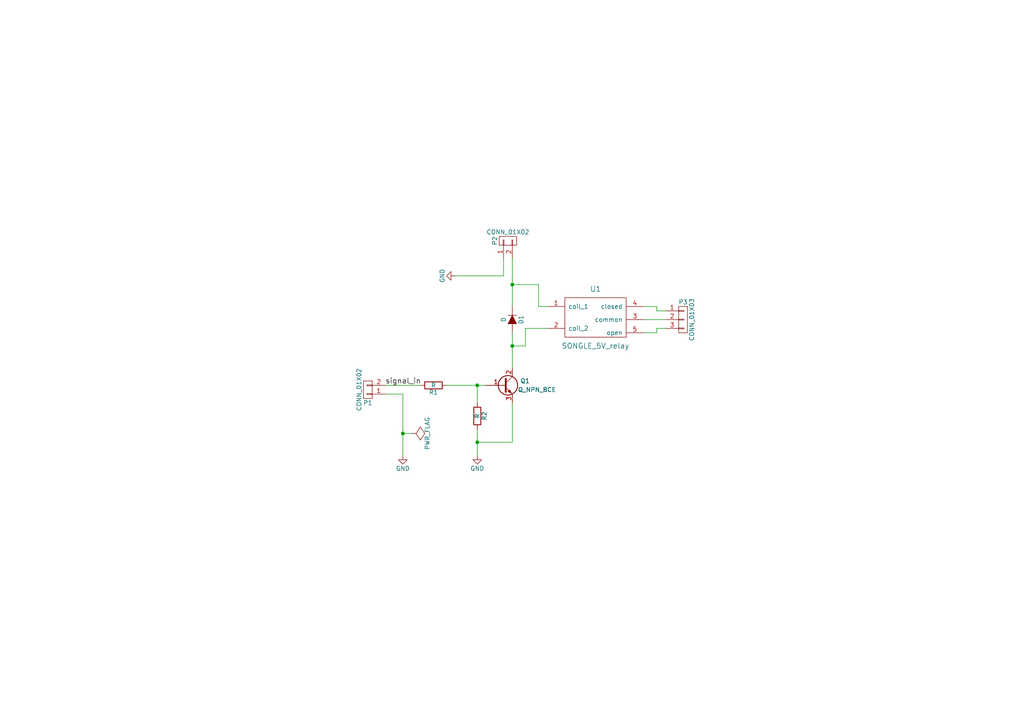
<source format=kicad_sch>
(kicad_sch (version 20231120) (generator "eeschema") (generator_version "8.0")
  (paper "A4")
  (lib_symbols
    (symbol "BenchComputerRelayDriver-rescue:CONN_01X02" (pin_names (offset 1.016) hide)
      (property "Reference" "P" (at 0 3.81 0))
      (property "Value" "CONN_01X02" (at 2.54 0 90))
      (symbol "CONN_01X02_0_1"
        (rectangle (start -1.27 -1.143) (end 0.254 -1.397))
        (rectangle (start -1.27 1.397) (end 0.254 1.143))
        (rectangle (start -1.27 2.54) (end 1.27 -2.54))
      )
      (symbol "CONN_01X02_1_1"
        (pin passive line (at -5.08 1.27 0) (length 3.81) (name "P1") (number "1"))
        (pin passive line (at -5.08 -1.27 0) (length 3.81) (name "P2") (number "2"))
      )
    )
    (symbol "BenchComputerRelayDriver-rescue:CONN_01X03" (pin_names (offset 1.016) hide)
      (property "Reference" "P" (at 0 5.08 0))
      (property "Value" "CONN_01X03" (at 2.54 0 90))
      (symbol "CONN_01X03_0_1"
        (rectangle (start -1.27 -2.413) (end 0.254 -2.667))
        (rectangle (start -1.27 0.127) (end 0.254 -0.127))
        (rectangle (start -1.27 2.667) (end 0.254 2.413))
        (rectangle (start -1.27 3.81) (end 1.27 -3.81))
      )
      (symbol "CONN_01X03_1_1"
        (pin passive line (at -5.08 2.54 0) (length 3.81) (name "P1") (number "1"))
        (pin passive line (at -5.08 0 0) (length 3.81) (name "P2") (number "2"))
        (pin passive line (at -5.08 -2.54 0) (length 3.81) (name "P3") (number "3"))
      )
    )
    (symbol "BenchComputerRelayDriver-rescue:D" (pin_numbers hide) (pin_names (offset 1.016) hide)
      (property "Reference" "D" (at 0 2.54 0))
      (property "Value" "D" (at 0 -2.54 0))
      (symbol "D_0_1"
        (polyline (pts (xy -1.27 1.27) (xy -1.27 -1.27)) (stroke (width 0.1524)))
        (polyline (pts (xy 1.27 1.27) (xy -1.27 0) (xy 1.27 -1.27)) (fill (type outline)))
      )
      (symbol "D_1_1"
        (pin passive line (at -3.81 0 0) (length 2.54) (name "K") (number "1"))
        (pin passive line (at 3.81 0 180) (length 2.54) (name "A") (number "2"))
      )
    )
    (symbol "BenchComputerRelayDriver-rescue:GND" (power) (pin_names (offset 0))
      (property "Value" "GND" (at 0 -3.81 0))
      (symbol "GND_0_1"
        (polyline (pts (xy 0 0) (xy 0 -1.27) (xy 1.27 -1.27) (xy 0 -2.54) (xy -1.27 -1.27) (xy 0 -1.27)))
      )
      (symbol "GND_1_1"
        (pin power_in line (at 0 0 270) (length 0) hide (name "GND") (number "1"))
      )
    )
    (symbol "BenchComputerRelayDriver-rescue:PWR_FLAG" (power) (pin_numbers hide) (pin_names (offset 0) hide)
      (property "Value" "PWR_FLAG" (at 0 4.572 0))
      (symbol "PWR_FLAG_0_0"
        (pin power_out line (at 0 0 90) (length 0) (name "pwr") (number "1"))
      )
      (symbol "PWR_FLAG_0_1"
        (polyline (pts (xy 0 0) (xy 0 1.27) (xy -1.905 2.54) (xy 0 3.81) (xy 1.905 2.54) (xy 0 1.27)))
      )
    )
    (symbol "BenchComputerRelayDriver-rescue:Q_NPN_BCE" (pin_names (offset 0) hide)
      (property "Reference" "Q" (at 7.62 1.27 0))
      (property "Value" "Q_NPN_BCE" (at 15.24 -1.27 0))
      (symbol "Q_NPN_BCE_0_1"
        (polyline (pts (xy 0.635 0.635) (xy 2.54 2.54)))
        (polyline (pts (xy 0.635 -0.635) (xy 2.54 -2.54) (xy 2.54 -2.54)))
        (polyline (pts (xy 0.635 1.905) (xy 0.635 -1.905) (xy 0.635 -1.905)) (stroke (width 0.508)))
        (polyline (pts (xy 1.27 -1.778) (xy 1.778 -1.27) (xy 2.286 -2.286) (xy 1.27 -1.778) (xy 1.27 -1.778)) (fill (type outline)))
        (circle (center 1.27 0) (radius 2.8194) (stroke (width 0.254)))
      )
      (symbol "Q_NPN_BCE_1_1"
        (pin input line (at -5.08 0 0) (length 5.715) (name "B") (number "1"))
        (pin passive line (at 2.54 5.08 270) (length 2.54) (name "C") (number "2"))
        (pin passive line (at 2.54 -5.08 90) (length 2.54) (name "E") (number "3"))
      )
    )
    (symbol "BenchComputerRelayDriver-rescue:R" (pin_numbers hide) (pin_names (offset 0))
      (property "Reference" "R" (at 2.032 0 90))
      (property "Value" "R" (at 0 0 90))
      (symbol "R_0_1"
        (rectangle (start -1.016 -2.54) (end 1.016 2.54) (stroke (width 0.254)))
      )
      (symbol "R_1_1"
        (pin passive line (at 0 3.81 270) (length 1.27) (name "~") (number "1"))
        (pin passive line (at 0 -3.81 90) (length 1.27) (name "~") (number "2"))
      )
    )
    (symbol "songle_5v_relay:SONGLE_5V_relay" (pin_names (offset 1.016))
      (property "Reference" "U" (at 0 8.89 0))
      (property "Value" "SONGLE_5V_relay" (at 0 -7.62 0))
      (symbol "SONGLE_5V_relay_0_1"
        (polyline (pts (xy -8.89 6.35) (xy 8.89 6.35) (xy 8.89 -5.08) (xy -8.89 -5.08) (xy -8.89 6.35)))
      )
      (symbol "SONGLE_5V_relay_1_1"
        (pin passive line (at -13.97 3.81 0) (length 5.08) (name "coil_1") (number "1"))
        (pin passive line (at -13.97 -2.54 0) (length 5.08) (name "coil_2") (number "2"))
        (pin passive line (at 13.97 0 180) (length 5.08) (name "common") (number "3"))
        (pin passive line (at 13.97 3.81 180) (length 5.08) (name "closed") (number "4"))
        (pin passive line (at 13.97 -3.81 180) (length 5.08) (name "open") (number "5"))
      )
    )
  )
  (junction (at 116.84 125.73))
  (junction (at 138.43 128.27))
  (junction (at 138.43 111.76))
  (junction (at 148.59 100.33))
  (junction (at 148.59 82.55))
  (wire (pts (xy 156.21 88.9) (xy 156.21 82.55)))
  (wire (pts (xy 193.04 90.17) (xy 190.5 90.17)))
  (wire (pts (xy 193.04 95.25) (xy 190.5 95.25)))
  (wire (pts (xy 138.43 128.27) (xy 138.43 132.08)))
  (wire (pts (xy 152.4 95.25) (xy 158.75 95.25)))
  (wire (pts (xy 148.59 82.55) (xy 148.59 88.9)))
  (wire (pts (xy 190.5 90.17) (xy 190.5 88.9)))
  (wire (pts (xy 158.75 88.9) (xy 156.21 88.9)))
  (wire (pts (xy 148.59 74.93) (xy 148.59 82.55)))
  (wire (pts (xy 148.59 96.52) (xy 148.59 100.33)))
  (wire (pts (xy 148.59 100.33) (xy 152.4 100.33)))
  (wire (pts (xy 190.5 96.52) (xy 186.69 96.52)))
  (wire (pts (xy 148.59 100.33) (xy 148.59 106.68)))
  (wire (pts (xy 146.05 74.93) (xy 146.05 80.01)))
  (wire (pts (xy 116.84 125.73) (xy 116.84 132.08)))
  (wire (pts (xy 111.76 114.3) (xy 116.84 114.3)))
  (wire (pts (xy 190.5 95.25) (xy 190.5 96.52)))
  (wire (pts (xy 190.5 88.9) (xy 186.69 88.9)))
  (wire (pts (xy 148.59 128.27) (xy 138.43 128.27)))
  (wire (pts (xy 116.84 114.3) (xy 116.84 125.73)))
  (wire (pts (xy 146.05 80.01) (xy 132.08 80.01)))
  (wire (pts (xy 138.43 124.46) (xy 138.43 128.27)))
  (wire (pts (xy 119.38 125.73) (xy 116.84 125.73)))
  (wire (pts (xy 138.43 116.84) (xy 138.43 111.76)))
  (wire (pts (xy 152.4 100.33) (xy 152.4 95.25)))
  (wire (pts (xy 156.21 82.55) (xy 148.59 82.55)))
  (wire (pts (xy 111.76 111.76) (xy 121.92 111.76)))
  (wire (pts (xy 129.54 111.76) (xy 138.43 111.76)))
  (wire (pts (xy 186.69 92.71) (xy 193.04 92.71)))
  (wire (pts (xy 148.59 128.27) (xy 148.59 116.84)))
  (wire (pts (xy 138.43 111.76) (xy 140.97 111.76)))
  (label "signal_in" (at 111.76 111.76 0) (effects (font (size 1.524 1.524))))
  (symbol (lib_id "BenchComputerRelayDriver-rescue:Q_NPN_BCE") (at 146.05 111.76 0) (unit 1)
    (property "Reference" "Q1" (at 153.67 110.49 0) (effects (justify right)))
    (property "Value" "Q_NPN_BCE" (at 161.29 113.03 0) (effects (justify right)))
    (property "Footprint" "TO_SOT_Packages_THT:TO-92_Molded_Wide_Oval" (effects (hide yes)))
  )
  (symbol (lib_id "BenchComputerRelayDriver-rescue:R") (at 125.73 111.76 270) (unit 1)
    (property "Reference" "R1" (at 125.73 113.792 90))
    (property "Value" "R" (at 125.73 111.76 90))
    (property "Footprint" "Resistors_ThroughHole:Resistor_Horizontal_RM10mm" (effects (hide yes)))
  )
  (symbol (lib_id "BenchComputerRelayDriver-rescue:R") (at 138.43 120.65 0) (unit 1)
    (property "Reference" "R2" (at 140.462 120.65 90))
    (property "Value" "R" (at 138.43 120.65 90))
    (property "Footprint" "Resistors_ThroughHole:Resistor_Horizontal_RM10mm" (effects (hide yes)))
  )
  (symbol (lib_id "BenchComputerRelayDriver-rescue:D") (at 148.59 92.71 270) (unit 1)
    (property "Reference" "D1" (at 151.13 92.71 0))
    (property "Value" "D" (at 146.05 92.71 0))
    (property "Footprint" "Diodes_ThroughHole:Diode_DO-41_SOD81_Horizontal_RM10" (effects (hide yes)))
  )
  (symbol (lib_id "BenchComputerRelayDriver-rescue:GND") (at 138.43 132.08 0) (unit 1)
    (property "Reference" "#PWR01" (effects (hide yes)))
    (property "Value" "GND" (at 138.43 135.89 0))
  )
  (symbol (lib_id "BenchComputerRelayDriver-rescue:CONN_01X02") (at 106.68 113.03 180) (unit 1)
    (property "Reference" "P1" (at 106.68 116.84 0))
    (property "Value" "CONN_01X02" (at 104.14 113.03 90))
    (property "Footprint" "Connect:bornier2" (effects (hide yes)))
  )
  (symbol (lib_id "BenchComputerRelayDriver-rescue:CONN_01X02") (at 147.32 69.85 90) (unit 1)
    (property "Reference" "P2" (at 143.51 69.85 0))
    (property "Value" "CONN_01X02" (at 147.32 67.31 90))
    (property "Footprint" "Connect:bornier2" (effects (hide yes)))
  )
  (symbol (lib_id "BenchComputerRelayDriver-rescue:GND") (at 116.84 132.08 0) (unit 1)
    (property "Reference" "#PWR02" (effects (hide yes)))
    (property "Value" "GND" (at 116.84 135.89 0))
  )
  (symbol (lib_id "BenchComputerRelayDriver-rescue:GND") (at 132.08 80.01 270) (unit 1)
    (property "Reference" "#PWR03" (effects (hide yes)))
    (property "Value" "GND" (at 128.27 80.01 0))
  )
  (symbol (lib_id "BenchComputerRelayDriver-rescue:PWR_FLAG") (at 119.38 125.73 270) (unit 1)
    (property "Reference" "#FLG04" (effects (hide yes)))
    (property "Value" "PWR_FLAG" (at 123.952 125.73 0))
  )
  (symbol (lib_id "songle_5v_relay:SONGLE_5V_relay") (at 172.72 92.71 0) (unit 1)
    (property "Reference" "U1" (at 172.72 83.82 0) (effects (font (size 1.524 1.524))))
    (property "Value" "SONGLE_5V_relay" (at 172.72 100.33 0) (effects (font (size 1.524 1.524))))
  )
  (symbol (lib_id "BenchComputerRelayDriver-rescue:CONN_01X03") (at 198.12 92.71 0) (unit 1)
    (property "Reference" "P3" (at 198.12 87.63 0))
    (property "Value" "CONN_01X03" (at 200.66 92.71 90))
    (property "Footprint" "Connect:bornier3" (effects (hide yes)))
  )
)
</source>
